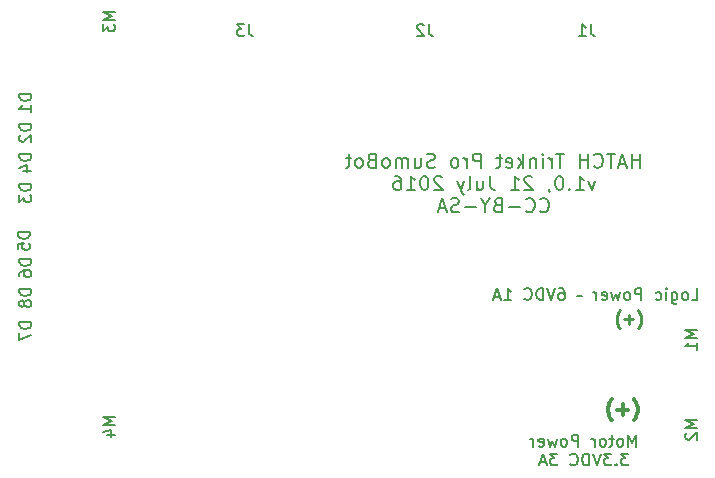
<source format=gbr>
G04 #@! TF.FileFunction,Legend,Bot*
%FSLAX46Y46*%
G04 Gerber Fmt 4.6, Leading zero omitted, Abs format (unit mm)*
G04 Created by KiCad (PCBNEW 4.0.2-stable) date Friday, July 22, 2016 'AMt' 10:22:11 AM*
%MOMM*%
G01*
G04 APERTURE LIST*
%ADD10C,0.100000*%
%ADD11C,0.200000*%
%ADD12C,0.300000*%
%ADD13C,0.250000*%
%ADD14C,0.150000*%
G04 APERTURE END LIST*
D10*
D11*
X181281428Y-100516857D02*
X181281428Y-99316857D01*
X181281428Y-99888286D02*
X180595713Y-99888286D01*
X180595713Y-100516857D02*
X180595713Y-99316857D01*
X180081428Y-100174000D02*
X179509999Y-100174000D01*
X180195713Y-100516857D02*
X179795713Y-99316857D01*
X179395713Y-100516857D01*
X179167142Y-99316857D02*
X178481428Y-99316857D01*
X178824285Y-100516857D02*
X178824285Y-99316857D01*
X177395713Y-100402571D02*
X177452856Y-100459714D01*
X177624285Y-100516857D01*
X177738571Y-100516857D01*
X177909999Y-100459714D01*
X178024285Y-100345429D01*
X178081428Y-100231143D01*
X178138571Y-100002571D01*
X178138571Y-99831143D01*
X178081428Y-99602571D01*
X178024285Y-99488286D01*
X177909999Y-99374000D01*
X177738571Y-99316857D01*
X177624285Y-99316857D01*
X177452856Y-99374000D01*
X177395713Y-99431143D01*
X176881428Y-100516857D02*
X176881428Y-99316857D01*
X176881428Y-99888286D02*
X176195713Y-99888286D01*
X176195713Y-100516857D02*
X176195713Y-99316857D01*
X174881427Y-99316857D02*
X174195713Y-99316857D01*
X174538570Y-100516857D02*
X174538570Y-99316857D01*
X173795713Y-100516857D02*
X173795713Y-99716857D01*
X173795713Y-99945429D02*
X173738570Y-99831143D01*
X173681427Y-99774000D01*
X173567141Y-99716857D01*
X173452856Y-99716857D01*
X173052856Y-100516857D02*
X173052856Y-99716857D01*
X173052856Y-99316857D02*
X173109999Y-99374000D01*
X173052856Y-99431143D01*
X172995713Y-99374000D01*
X173052856Y-99316857D01*
X173052856Y-99431143D01*
X172481427Y-99716857D02*
X172481427Y-100516857D01*
X172481427Y-99831143D02*
X172424284Y-99774000D01*
X172309998Y-99716857D01*
X172138570Y-99716857D01*
X172024284Y-99774000D01*
X171967141Y-99888286D01*
X171967141Y-100516857D01*
X171395713Y-100516857D02*
X171395713Y-99316857D01*
X171281427Y-100059714D02*
X170938570Y-100516857D01*
X170938570Y-99716857D02*
X171395713Y-100174000D01*
X169967141Y-100459714D02*
X170081427Y-100516857D01*
X170309998Y-100516857D01*
X170424284Y-100459714D01*
X170481427Y-100345429D01*
X170481427Y-99888286D01*
X170424284Y-99774000D01*
X170309998Y-99716857D01*
X170081427Y-99716857D01*
X169967141Y-99774000D01*
X169909998Y-99888286D01*
X169909998Y-100002571D01*
X170481427Y-100116857D01*
X169567141Y-99716857D02*
X169109998Y-99716857D01*
X169395713Y-99316857D02*
X169395713Y-100345429D01*
X169338570Y-100459714D01*
X169224284Y-100516857D01*
X169109998Y-100516857D01*
X167795713Y-100516857D02*
X167795713Y-99316857D01*
X167338570Y-99316857D01*
X167224284Y-99374000D01*
X167167141Y-99431143D01*
X167109998Y-99545429D01*
X167109998Y-99716857D01*
X167167141Y-99831143D01*
X167224284Y-99888286D01*
X167338570Y-99945429D01*
X167795713Y-99945429D01*
X166595713Y-100516857D02*
X166595713Y-99716857D01*
X166595713Y-99945429D02*
X166538570Y-99831143D01*
X166481427Y-99774000D01*
X166367141Y-99716857D01*
X166252856Y-99716857D01*
X165681427Y-100516857D02*
X165795713Y-100459714D01*
X165852856Y-100402571D01*
X165909999Y-100288286D01*
X165909999Y-99945429D01*
X165852856Y-99831143D01*
X165795713Y-99774000D01*
X165681427Y-99716857D01*
X165509999Y-99716857D01*
X165395713Y-99774000D01*
X165338570Y-99831143D01*
X165281427Y-99945429D01*
X165281427Y-100288286D01*
X165338570Y-100402571D01*
X165395713Y-100459714D01*
X165509999Y-100516857D01*
X165681427Y-100516857D01*
X163909999Y-100459714D02*
X163738570Y-100516857D01*
X163452856Y-100516857D01*
X163338570Y-100459714D01*
X163281427Y-100402571D01*
X163224284Y-100288286D01*
X163224284Y-100174000D01*
X163281427Y-100059714D01*
X163338570Y-100002571D01*
X163452856Y-99945429D01*
X163681427Y-99888286D01*
X163795713Y-99831143D01*
X163852856Y-99774000D01*
X163909999Y-99659714D01*
X163909999Y-99545429D01*
X163852856Y-99431143D01*
X163795713Y-99374000D01*
X163681427Y-99316857D01*
X163395713Y-99316857D01*
X163224284Y-99374000D01*
X162195713Y-99716857D02*
X162195713Y-100516857D01*
X162709999Y-99716857D02*
X162709999Y-100345429D01*
X162652856Y-100459714D01*
X162538570Y-100516857D01*
X162367142Y-100516857D01*
X162252856Y-100459714D01*
X162195713Y-100402571D01*
X161624285Y-100516857D02*
X161624285Y-99716857D01*
X161624285Y-99831143D02*
X161567142Y-99774000D01*
X161452856Y-99716857D01*
X161281428Y-99716857D01*
X161167142Y-99774000D01*
X161109999Y-99888286D01*
X161109999Y-100516857D01*
X161109999Y-99888286D02*
X161052856Y-99774000D01*
X160938570Y-99716857D01*
X160767142Y-99716857D01*
X160652856Y-99774000D01*
X160595713Y-99888286D01*
X160595713Y-100516857D01*
X159852856Y-100516857D02*
X159967142Y-100459714D01*
X160024285Y-100402571D01*
X160081428Y-100288286D01*
X160081428Y-99945429D01*
X160024285Y-99831143D01*
X159967142Y-99774000D01*
X159852856Y-99716857D01*
X159681428Y-99716857D01*
X159567142Y-99774000D01*
X159509999Y-99831143D01*
X159452856Y-99945429D01*
X159452856Y-100288286D01*
X159509999Y-100402571D01*
X159567142Y-100459714D01*
X159681428Y-100516857D01*
X159852856Y-100516857D01*
X158538571Y-99888286D02*
X158367142Y-99945429D01*
X158309999Y-100002571D01*
X158252856Y-100116857D01*
X158252856Y-100288286D01*
X158309999Y-100402571D01*
X158367142Y-100459714D01*
X158481428Y-100516857D01*
X158938571Y-100516857D01*
X158938571Y-99316857D01*
X158538571Y-99316857D01*
X158424285Y-99374000D01*
X158367142Y-99431143D01*
X158309999Y-99545429D01*
X158309999Y-99659714D01*
X158367142Y-99774000D01*
X158424285Y-99831143D01*
X158538571Y-99888286D01*
X158938571Y-99888286D01*
X157567142Y-100516857D02*
X157681428Y-100459714D01*
X157738571Y-100402571D01*
X157795714Y-100288286D01*
X157795714Y-99945429D01*
X157738571Y-99831143D01*
X157681428Y-99774000D01*
X157567142Y-99716857D01*
X157395714Y-99716857D01*
X157281428Y-99774000D01*
X157224285Y-99831143D01*
X157167142Y-99945429D01*
X157167142Y-100288286D01*
X157224285Y-100402571D01*
X157281428Y-100459714D01*
X157395714Y-100516857D01*
X157567142Y-100516857D01*
X156824285Y-99716857D02*
X156367142Y-99716857D01*
X156652857Y-99316857D02*
X156652857Y-100345429D01*
X156595714Y-100459714D01*
X156481428Y-100516857D01*
X156367142Y-100516857D01*
X177481428Y-101596857D02*
X177195714Y-102396857D01*
X176910000Y-101596857D01*
X175824285Y-102396857D02*
X176510000Y-102396857D01*
X176167142Y-102396857D02*
X176167142Y-101196857D01*
X176281428Y-101368286D01*
X176395714Y-101482571D01*
X176510000Y-101539714D01*
X175310000Y-102282571D02*
X175252857Y-102339714D01*
X175310000Y-102396857D01*
X175367143Y-102339714D01*
X175310000Y-102282571D01*
X175310000Y-102396857D01*
X174509999Y-101196857D02*
X174395714Y-101196857D01*
X174281428Y-101254000D01*
X174224285Y-101311143D01*
X174167142Y-101425429D01*
X174109999Y-101654000D01*
X174109999Y-101939714D01*
X174167142Y-102168286D01*
X174224285Y-102282571D01*
X174281428Y-102339714D01*
X174395714Y-102396857D01*
X174509999Y-102396857D01*
X174624285Y-102339714D01*
X174681428Y-102282571D01*
X174738571Y-102168286D01*
X174795714Y-101939714D01*
X174795714Y-101654000D01*
X174738571Y-101425429D01*
X174681428Y-101311143D01*
X174624285Y-101254000D01*
X174509999Y-101196857D01*
X173538571Y-102339714D02*
X173538571Y-102396857D01*
X173595714Y-102511143D01*
X173652857Y-102568286D01*
X172167142Y-101311143D02*
X172109999Y-101254000D01*
X171995713Y-101196857D01*
X171709999Y-101196857D01*
X171595713Y-101254000D01*
X171538570Y-101311143D01*
X171481427Y-101425429D01*
X171481427Y-101539714D01*
X171538570Y-101711143D01*
X172224284Y-102396857D01*
X171481427Y-102396857D01*
X170338570Y-102396857D02*
X171024285Y-102396857D01*
X170681427Y-102396857D02*
X170681427Y-101196857D01*
X170795713Y-101368286D01*
X170909999Y-101482571D01*
X171024285Y-101539714D01*
X168567142Y-101196857D02*
X168567142Y-102054000D01*
X168624284Y-102225429D01*
X168738570Y-102339714D01*
X168909999Y-102396857D01*
X169024284Y-102396857D01*
X167481427Y-101596857D02*
X167481427Y-102396857D01*
X167995713Y-101596857D02*
X167995713Y-102225429D01*
X167938570Y-102339714D01*
X167824284Y-102396857D01*
X167652856Y-102396857D01*
X167538570Y-102339714D01*
X167481427Y-102282571D01*
X166738570Y-102396857D02*
X166852856Y-102339714D01*
X166909999Y-102225429D01*
X166909999Y-101196857D01*
X166395713Y-101596857D02*
X166109999Y-102396857D01*
X165824285Y-101596857D02*
X166109999Y-102396857D01*
X166224285Y-102682571D01*
X166281428Y-102739714D01*
X166395713Y-102796857D01*
X164509999Y-101311143D02*
X164452856Y-101254000D01*
X164338570Y-101196857D01*
X164052856Y-101196857D01*
X163938570Y-101254000D01*
X163881427Y-101311143D01*
X163824284Y-101425429D01*
X163824284Y-101539714D01*
X163881427Y-101711143D01*
X164567141Y-102396857D01*
X163824284Y-102396857D01*
X163081427Y-101196857D02*
X162967142Y-101196857D01*
X162852856Y-101254000D01*
X162795713Y-101311143D01*
X162738570Y-101425429D01*
X162681427Y-101654000D01*
X162681427Y-101939714D01*
X162738570Y-102168286D01*
X162795713Y-102282571D01*
X162852856Y-102339714D01*
X162967142Y-102396857D01*
X163081427Y-102396857D01*
X163195713Y-102339714D01*
X163252856Y-102282571D01*
X163309999Y-102168286D01*
X163367142Y-101939714D01*
X163367142Y-101654000D01*
X163309999Y-101425429D01*
X163252856Y-101311143D01*
X163195713Y-101254000D01*
X163081427Y-101196857D01*
X161538570Y-102396857D02*
X162224285Y-102396857D01*
X161881427Y-102396857D02*
X161881427Y-101196857D01*
X161995713Y-101368286D01*
X162109999Y-101482571D01*
X162224285Y-101539714D01*
X160509999Y-101196857D02*
X160738570Y-101196857D01*
X160852856Y-101254000D01*
X160909999Y-101311143D01*
X161024285Y-101482571D01*
X161081428Y-101711143D01*
X161081428Y-102168286D01*
X161024285Y-102282571D01*
X160967142Y-102339714D01*
X160852856Y-102396857D01*
X160624285Y-102396857D01*
X160509999Y-102339714D01*
X160452856Y-102282571D01*
X160395713Y-102168286D01*
X160395713Y-101882571D01*
X160452856Y-101768286D01*
X160509999Y-101711143D01*
X160624285Y-101654000D01*
X160852856Y-101654000D01*
X160967142Y-101711143D01*
X161024285Y-101768286D01*
X161081428Y-101882571D01*
X172824284Y-104162571D02*
X172881427Y-104219714D01*
X173052856Y-104276857D01*
X173167142Y-104276857D01*
X173338570Y-104219714D01*
X173452856Y-104105429D01*
X173509999Y-103991143D01*
X173567142Y-103762571D01*
X173567142Y-103591143D01*
X173509999Y-103362571D01*
X173452856Y-103248286D01*
X173338570Y-103134000D01*
X173167142Y-103076857D01*
X173052856Y-103076857D01*
X172881427Y-103134000D01*
X172824284Y-103191143D01*
X171624284Y-104162571D02*
X171681427Y-104219714D01*
X171852856Y-104276857D01*
X171967142Y-104276857D01*
X172138570Y-104219714D01*
X172252856Y-104105429D01*
X172309999Y-103991143D01*
X172367142Y-103762571D01*
X172367142Y-103591143D01*
X172309999Y-103362571D01*
X172252856Y-103248286D01*
X172138570Y-103134000D01*
X171967142Y-103076857D01*
X171852856Y-103076857D01*
X171681427Y-103134000D01*
X171624284Y-103191143D01*
X171109999Y-103819714D02*
X170195713Y-103819714D01*
X169224285Y-103648286D02*
X169052856Y-103705429D01*
X168995713Y-103762571D01*
X168938570Y-103876857D01*
X168938570Y-104048286D01*
X168995713Y-104162571D01*
X169052856Y-104219714D01*
X169167142Y-104276857D01*
X169624285Y-104276857D01*
X169624285Y-103076857D01*
X169224285Y-103076857D01*
X169109999Y-103134000D01*
X169052856Y-103191143D01*
X168995713Y-103305429D01*
X168995713Y-103419714D01*
X169052856Y-103534000D01*
X169109999Y-103591143D01*
X169224285Y-103648286D01*
X169624285Y-103648286D01*
X168195713Y-103705429D02*
X168195713Y-104276857D01*
X168595713Y-103076857D02*
X168195713Y-103705429D01*
X167795713Y-103076857D01*
X167395714Y-103819714D02*
X166481428Y-103819714D01*
X165967143Y-104219714D02*
X165795714Y-104276857D01*
X165510000Y-104276857D01*
X165395714Y-104219714D01*
X165338571Y-104162571D01*
X165281428Y-104048286D01*
X165281428Y-103934000D01*
X165338571Y-103819714D01*
X165395714Y-103762571D01*
X165510000Y-103705429D01*
X165738571Y-103648286D01*
X165852857Y-103591143D01*
X165910000Y-103534000D01*
X165967143Y-103419714D01*
X165967143Y-103305429D01*
X165910000Y-103191143D01*
X165852857Y-103134000D01*
X165738571Y-103076857D01*
X165452857Y-103076857D01*
X165281428Y-103134000D01*
X164824286Y-103934000D02*
X164252857Y-103934000D01*
X164938571Y-104276857D02*
X164538571Y-103076857D01*
X164138571Y-104276857D01*
D12*
X180746286Y-121904000D02*
X180803428Y-121846857D01*
X180917714Y-121675429D01*
X180974857Y-121561143D01*
X181032000Y-121389714D01*
X181089143Y-121104000D01*
X181089143Y-120875429D01*
X181032000Y-120589714D01*
X180974857Y-120418286D01*
X180917714Y-120304000D01*
X180803428Y-120132571D01*
X180746286Y-120075429D01*
X180289143Y-120989714D02*
X179374857Y-120989714D01*
X179832000Y-121446857D02*
X179832000Y-120532571D01*
X178917714Y-121904000D02*
X178860572Y-121846857D01*
X178746286Y-121675429D01*
X178689143Y-121561143D01*
X178632000Y-121389714D01*
X178574857Y-121104000D01*
X178574857Y-120875429D01*
X178632000Y-120589714D01*
X178689143Y-120418286D01*
X178746286Y-120304000D01*
X178860572Y-120132571D01*
X178917714Y-120075429D01*
D11*
X180958572Y-124112381D02*
X180958572Y-123112381D01*
X180625238Y-123826667D01*
X180291905Y-123112381D01*
X180291905Y-124112381D01*
X179672858Y-124112381D02*
X179768096Y-124064762D01*
X179815715Y-124017143D01*
X179863334Y-123921905D01*
X179863334Y-123636190D01*
X179815715Y-123540952D01*
X179768096Y-123493333D01*
X179672858Y-123445714D01*
X179530000Y-123445714D01*
X179434762Y-123493333D01*
X179387143Y-123540952D01*
X179339524Y-123636190D01*
X179339524Y-123921905D01*
X179387143Y-124017143D01*
X179434762Y-124064762D01*
X179530000Y-124112381D01*
X179672858Y-124112381D01*
X179053810Y-123445714D02*
X178672858Y-123445714D01*
X178910953Y-123112381D02*
X178910953Y-123969524D01*
X178863334Y-124064762D01*
X178768096Y-124112381D01*
X178672858Y-124112381D01*
X178196667Y-124112381D02*
X178291905Y-124064762D01*
X178339524Y-124017143D01*
X178387143Y-123921905D01*
X178387143Y-123636190D01*
X178339524Y-123540952D01*
X178291905Y-123493333D01*
X178196667Y-123445714D01*
X178053809Y-123445714D01*
X177958571Y-123493333D01*
X177910952Y-123540952D01*
X177863333Y-123636190D01*
X177863333Y-123921905D01*
X177910952Y-124017143D01*
X177958571Y-124064762D01*
X178053809Y-124112381D01*
X178196667Y-124112381D01*
X177434762Y-124112381D02*
X177434762Y-123445714D01*
X177434762Y-123636190D02*
X177387143Y-123540952D01*
X177339524Y-123493333D01*
X177244286Y-123445714D01*
X177149047Y-123445714D01*
X176053809Y-124112381D02*
X176053809Y-123112381D01*
X175672856Y-123112381D01*
X175577618Y-123160000D01*
X175529999Y-123207619D01*
X175482380Y-123302857D01*
X175482380Y-123445714D01*
X175529999Y-123540952D01*
X175577618Y-123588571D01*
X175672856Y-123636190D01*
X176053809Y-123636190D01*
X174910952Y-124112381D02*
X175006190Y-124064762D01*
X175053809Y-124017143D01*
X175101428Y-123921905D01*
X175101428Y-123636190D01*
X175053809Y-123540952D01*
X175006190Y-123493333D01*
X174910952Y-123445714D01*
X174768094Y-123445714D01*
X174672856Y-123493333D01*
X174625237Y-123540952D01*
X174577618Y-123636190D01*
X174577618Y-123921905D01*
X174625237Y-124017143D01*
X174672856Y-124064762D01*
X174768094Y-124112381D01*
X174910952Y-124112381D01*
X174244285Y-123445714D02*
X174053809Y-124112381D01*
X173863332Y-123636190D01*
X173672856Y-124112381D01*
X173482380Y-123445714D01*
X172720475Y-124064762D02*
X172815713Y-124112381D01*
X173006190Y-124112381D01*
X173101428Y-124064762D01*
X173149047Y-123969524D01*
X173149047Y-123588571D01*
X173101428Y-123493333D01*
X173006190Y-123445714D01*
X172815713Y-123445714D01*
X172720475Y-123493333D01*
X172672856Y-123588571D01*
X172672856Y-123683810D01*
X173149047Y-123779048D01*
X172244285Y-124112381D02*
X172244285Y-123445714D01*
X172244285Y-123636190D02*
X172196666Y-123540952D01*
X172149047Y-123493333D01*
X172053809Y-123445714D01*
X171958570Y-123445714D01*
X180291905Y-124712381D02*
X179672857Y-124712381D01*
X180006191Y-125093333D01*
X179863333Y-125093333D01*
X179768095Y-125140952D01*
X179720476Y-125188571D01*
X179672857Y-125283810D01*
X179672857Y-125521905D01*
X179720476Y-125617143D01*
X179768095Y-125664762D01*
X179863333Y-125712381D01*
X180149048Y-125712381D01*
X180244286Y-125664762D01*
X180291905Y-125617143D01*
X179244286Y-125617143D02*
X179196667Y-125664762D01*
X179244286Y-125712381D01*
X179291905Y-125664762D01*
X179244286Y-125617143D01*
X179244286Y-125712381D01*
X178863334Y-124712381D02*
X178244286Y-124712381D01*
X178577620Y-125093333D01*
X178434762Y-125093333D01*
X178339524Y-125140952D01*
X178291905Y-125188571D01*
X178244286Y-125283810D01*
X178244286Y-125521905D01*
X178291905Y-125617143D01*
X178339524Y-125664762D01*
X178434762Y-125712381D01*
X178720477Y-125712381D01*
X178815715Y-125664762D01*
X178863334Y-125617143D01*
X177958572Y-124712381D02*
X177625239Y-125712381D01*
X177291905Y-124712381D01*
X176958572Y-125712381D02*
X176958572Y-124712381D01*
X176720477Y-124712381D01*
X176577619Y-124760000D01*
X176482381Y-124855238D01*
X176434762Y-124950476D01*
X176387143Y-125140952D01*
X176387143Y-125283810D01*
X176434762Y-125474286D01*
X176482381Y-125569524D01*
X176577619Y-125664762D01*
X176720477Y-125712381D01*
X176958572Y-125712381D01*
X175387143Y-125617143D02*
X175434762Y-125664762D01*
X175577619Y-125712381D01*
X175672857Y-125712381D01*
X175815715Y-125664762D01*
X175910953Y-125569524D01*
X175958572Y-125474286D01*
X176006191Y-125283810D01*
X176006191Y-125140952D01*
X175958572Y-124950476D01*
X175910953Y-124855238D01*
X175815715Y-124760000D01*
X175672857Y-124712381D01*
X175577619Y-124712381D01*
X175434762Y-124760000D01*
X175387143Y-124807619D01*
X174291905Y-124712381D02*
X173672857Y-124712381D01*
X174006191Y-125093333D01*
X173863333Y-125093333D01*
X173768095Y-125140952D01*
X173720476Y-125188571D01*
X173672857Y-125283810D01*
X173672857Y-125521905D01*
X173720476Y-125617143D01*
X173768095Y-125664762D01*
X173863333Y-125712381D01*
X174149048Y-125712381D01*
X174244286Y-125664762D01*
X174291905Y-125617143D01*
X173291905Y-125426667D02*
X172815714Y-125426667D01*
X173387143Y-125712381D02*
X173053810Y-124712381D01*
X172720476Y-125712381D01*
D13*
X179578096Y-114117333D02*
X179530476Y-114069714D01*
X179435238Y-113926857D01*
X179387619Y-113831619D01*
X179340000Y-113688762D01*
X179292381Y-113450667D01*
X179292381Y-113260190D01*
X179340000Y-113022095D01*
X179387619Y-112879238D01*
X179435238Y-112784000D01*
X179530476Y-112641143D01*
X179578096Y-112593524D01*
X179959048Y-113355429D02*
X180720953Y-113355429D01*
X180340001Y-113736381D02*
X180340001Y-112974476D01*
X181101905Y-114117333D02*
X181149524Y-114069714D01*
X181244762Y-113926857D01*
X181292381Y-113831619D01*
X181340000Y-113688762D01*
X181387619Y-113450667D01*
X181387619Y-113260190D01*
X181340000Y-113022095D01*
X181292381Y-112879238D01*
X181244762Y-112784000D01*
X181149524Y-112641143D01*
X181101905Y-112593524D01*
D11*
X185641239Y-111704381D02*
X186117430Y-111704381D01*
X186117430Y-110704381D01*
X185165049Y-111704381D02*
X185260287Y-111656762D01*
X185307906Y-111609143D01*
X185355525Y-111513905D01*
X185355525Y-111228190D01*
X185307906Y-111132952D01*
X185260287Y-111085333D01*
X185165049Y-111037714D01*
X185022191Y-111037714D01*
X184926953Y-111085333D01*
X184879334Y-111132952D01*
X184831715Y-111228190D01*
X184831715Y-111513905D01*
X184879334Y-111609143D01*
X184926953Y-111656762D01*
X185022191Y-111704381D01*
X185165049Y-111704381D01*
X183974572Y-111037714D02*
X183974572Y-111847238D01*
X184022191Y-111942476D01*
X184069810Y-111990095D01*
X184165049Y-112037714D01*
X184307906Y-112037714D01*
X184403144Y-111990095D01*
X183974572Y-111656762D02*
X184069810Y-111704381D01*
X184260287Y-111704381D01*
X184355525Y-111656762D01*
X184403144Y-111609143D01*
X184450763Y-111513905D01*
X184450763Y-111228190D01*
X184403144Y-111132952D01*
X184355525Y-111085333D01*
X184260287Y-111037714D01*
X184069810Y-111037714D01*
X183974572Y-111085333D01*
X183498382Y-111704381D02*
X183498382Y-111037714D01*
X183498382Y-110704381D02*
X183546001Y-110752000D01*
X183498382Y-110799619D01*
X183450763Y-110752000D01*
X183498382Y-110704381D01*
X183498382Y-110799619D01*
X182593620Y-111656762D02*
X182688858Y-111704381D01*
X182879335Y-111704381D01*
X182974573Y-111656762D01*
X183022192Y-111609143D01*
X183069811Y-111513905D01*
X183069811Y-111228190D01*
X183022192Y-111132952D01*
X182974573Y-111085333D01*
X182879335Y-111037714D01*
X182688858Y-111037714D01*
X182593620Y-111085333D01*
X181403144Y-111704381D02*
X181403144Y-110704381D01*
X181022191Y-110704381D01*
X180926953Y-110752000D01*
X180879334Y-110799619D01*
X180831715Y-110894857D01*
X180831715Y-111037714D01*
X180879334Y-111132952D01*
X180926953Y-111180571D01*
X181022191Y-111228190D01*
X181403144Y-111228190D01*
X180260287Y-111704381D02*
X180355525Y-111656762D01*
X180403144Y-111609143D01*
X180450763Y-111513905D01*
X180450763Y-111228190D01*
X180403144Y-111132952D01*
X180355525Y-111085333D01*
X180260287Y-111037714D01*
X180117429Y-111037714D01*
X180022191Y-111085333D01*
X179974572Y-111132952D01*
X179926953Y-111228190D01*
X179926953Y-111513905D01*
X179974572Y-111609143D01*
X180022191Y-111656762D01*
X180117429Y-111704381D01*
X180260287Y-111704381D01*
X179593620Y-111037714D02*
X179403144Y-111704381D01*
X179212667Y-111228190D01*
X179022191Y-111704381D01*
X178831715Y-111037714D01*
X178069810Y-111656762D02*
X178165048Y-111704381D01*
X178355525Y-111704381D01*
X178450763Y-111656762D01*
X178498382Y-111561524D01*
X178498382Y-111180571D01*
X178450763Y-111085333D01*
X178355525Y-111037714D01*
X178165048Y-111037714D01*
X178069810Y-111085333D01*
X178022191Y-111180571D01*
X178022191Y-111275810D01*
X178498382Y-111371048D01*
X177593620Y-111704381D02*
X177593620Y-111037714D01*
X177593620Y-111228190D02*
X177546001Y-111132952D01*
X177498382Y-111085333D01*
X177403144Y-111037714D01*
X177307905Y-111037714D01*
X175974572Y-111371048D02*
X176355524Y-111371048D01*
X174450761Y-110704381D02*
X174641238Y-110704381D01*
X174736476Y-110752000D01*
X174784095Y-110799619D01*
X174879333Y-110942476D01*
X174926952Y-111132952D01*
X174926952Y-111513905D01*
X174879333Y-111609143D01*
X174831714Y-111656762D01*
X174736476Y-111704381D01*
X174545999Y-111704381D01*
X174450761Y-111656762D01*
X174403142Y-111609143D01*
X174355523Y-111513905D01*
X174355523Y-111275810D01*
X174403142Y-111180571D01*
X174450761Y-111132952D01*
X174545999Y-111085333D01*
X174736476Y-111085333D01*
X174831714Y-111132952D01*
X174879333Y-111180571D01*
X174926952Y-111275810D01*
X174069809Y-110704381D02*
X173736476Y-111704381D01*
X173403142Y-110704381D01*
X173069809Y-111704381D02*
X173069809Y-110704381D01*
X172831714Y-110704381D01*
X172688856Y-110752000D01*
X172593618Y-110847238D01*
X172545999Y-110942476D01*
X172498380Y-111132952D01*
X172498380Y-111275810D01*
X172545999Y-111466286D01*
X172593618Y-111561524D01*
X172688856Y-111656762D01*
X172831714Y-111704381D01*
X173069809Y-111704381D01*
X171498380Y-111609143D02*
X171545999Y-111656762D01*
X171688856Y-111704381D01*
X171784094Y-111704381D01*
X171926952Y-111656762D01*
X172022190Y-111561524D01*
X172069809Y-111466286D01*
X172117428Y-111275810D01*
X172117428Y-111132952D01*
X172069809Y-110942476D01*
X172022190Y-110847238D01*
X171926952Y-110752000D01*
X171784094Y-110704381D01*
X171688856Y-110704381D01*
X171545999Y-110752000D01*
X171498380Y-110799619D01*
X169784094Y-111704381D02*
X170355523Y-111704381D01*
X170069809Y-111704381D02*
X170069809Y-110704381D01*
X170165047Y-110847238D01*
X170260285Y-110942476D01*
X170355523Y-110990095D01*
X169403142Y-111418667D02*
X168926951Y-111418667D01*
X169498380Y-111704381D02*
X169165047Y-110704381D01*
X168831713Y-111704381D01*
D14*
X129738381Y-94257905D02*
X128738381Y-94257905D01*
X128738381Y-94496000D01*
X128786000Y-94638858D01*
X128881238Y-94734096D01*
X128976476Y-94781715D01*
X129166952Y-94829334D01*
X129309810Y-94829334D01*
X129500286Y-94781715D01*
X129595524Y-94734096D01*
X129690762Y-94638858D01*
X129738381Y-94496000D01*
X129738381Y-94257905D01*
X129738381Y-95781715D02*
X129738381Y-95210286D01*
X129738381Y-95496000D02*
X128738381Y-95496000D01*
X128881238Y-95400762D01*
X128976476Y-95305524D01*
X129024095Y-95210286D01*
X129738381Y-96797905D02*
X128738381Y-96797905D01*
X128738381Y-97036000D01*
X128786000Y-97178858D01*
X128881238Y-97274096D01*
X128976476Y-97321715D01*
X129166952Y-97369334D01*
X129309810Y-97369334D01*
X129500286Y-97321715D01*
X129595524Y-97274096D01*
X129690762Y-97178858D01*
X129738381Y-97036000D01*
X129738381Y-96797905D01*
X128833619Y-97750286D02*
X128786000Y-97797905D01*
X128738381Y-97893143D01*
X128738381Y-98131239D01*
X128786000Y-98226477D01*
X128833619Y-98274096D01*
X128928857Y-98321715D01*
X129024095Y-98321715D01*
X129166952Y-98274096D01*
X129738381Y-97702667D01*
X129738381Y-98321715D01*
X129738381Y-101877905D02*
X128738381Y-101877905D01*
X128738381Y-102116000D01*
X128786000Y-102258858D01*
X128881238Y-102354096D01*
X128976476Y-102401715D01*
X129166952Y-102449334D01*
X129309810Y-102449334D01*
X129500286Y-102401715D01*
X129595524Y-102354096D01*
X129690762Y-102258858D01*
X129738381Y-102116000D01*
X129738381Y-101877905D01*
X128738381Y-102782667D02*
X128738381Y-103401715D01*
X129119333Y-103068381D01*
X129119333Y-103211239D01*
X129166952Y-103306477D01*
X129214571Y-103354096D01*
X129309810Y-103401715D01*
X129547905Y-103401715D01*
X129643143Y-103354096D01*
X129690762Y-103306477D01*
X129738381Y-103211239D01*
X129738381Y-102925524D01*
X129690762Y-102830286D01*
X129643143Y-102782667D01*
X129738381Y-99337905D02*
X128738381Y-99337905D01*
X128738381Y-99576000D01*
X128786000Y-99718858D01*
X128881238Y-99814096D01*
X128976476Y-99861715D01*
X129166952Y-99909334D01*
X129309810Y-99909334D01*
X129500286Y-99861715D01*
X129595524Y-99814096D01*
X129690762Y-99718858D01*
X129738381Y-99576000D01*
X129738381Y-99337905D01*
X129071714Y-100766477D02*
X129738381Y-100766477D01*
X128690762Y-100528381D02*
X129405048Y-100290286D01*
X129405048Y-100909334D01*
X129611381Y-105941905D02*
X128611381Y-105941905D01*
X128611381Y-106180000D01*
X128659000Y-106322858D01*
X128754238Y-106418096D01*
X128849476Y-106465715D01*
X129039952Y-106513334D01*
X129182810Y-106513334D01*
X129373286Y-106465715D01*
X129468524Y-106418096D01*
X129563762Y-106322858D01*
X129611381Y-106180000D01*
X129611381Y-105941905D01*
X128611381Y-107418096D02*
X128611381Y-106941905D01*
X129087571Y-106894286D01*
X129039952Y-106941905D01*
X128992333Y-107037143D01*
X128992333Y-107275239D01*
X129039952Y-107370477D01*
X129087571Y-107418096D01*
X129182810Y-107465715D01*
X129420905Y-107465715D01*
X129516143Y-107418096D01*
X129563762Y-107370477D01*
X129611381Y-107275239D01*
X129611381Y-107037143D01*
X129563762Y-106941905D01*
X129516143Y-106894286D01*
X129738381Y-108227905D02*
X128738381Y-108227905D01*
X128738381Y-108466000D01*
X128786000Y-108608858D01*
X128881238Y-108704096D01*
X128976476Y-108751715D01*
X129166952Y-108799334D01*
X129309810Y-108799334D01*
X129500286Y-108751715D01*
X129595524Y-108704096D01*
X129690762Y-108608858D01*
X129738381Y-108466000D01*
X129738381Y-108227905D01*
X128738381Y-109656477D02*
X128738381Y-109466000D01*
X128786000Y-109370762D01*
X128833619Y-109323143D01*
X128976476Y-109227905D01*
X129166952Y-109180286D01*
X129547905Y-109180286D01*
X129643143Y-109227905D01*
X129690762Y-109275524D01*
X129738381Y-109370762D01*
X129738381Y-109561239D01*
X129690762Y-109656477D01*
X129643143Y-109704096D01*
X129547905Y-109751715D01*
X129309810Y-109751715D01*
X129214571Y-109704096D01*
X129166952Y-109656477D01*
X129119333Y-109561239D01*
X129119333Y-109370762D01*
X129166952Y-109275524D01*
X129214571Y-109227905D01*
X129309810Y-109180286D01*
X129738381Y-113561905D02*
X128738381Y-113561905D01*
X128738381Y-113800000D01*
X128786000Y-113942858D01*
X128881238Y-114038096D01*
X128976476Y-114085715D01*
X129166952Y-114133334D01*
X129309810Y-114133334D01*
X129500286Y-114085715D01*
X129595524Y-114038096D01*
X129690762Y-113942858D01*
X129738381Y-113800000D01*
X129738381Y-113561905D01*
X128738381Y-114466667D02*
X128738381Y-115133334D01*
X129738381Y-114704762D01*
X129738381Y-110767905D02*
X128738381Y-110767905D01*
X128738381Y-111006000D01*
X128786000Y-111148858D01*
X128881238Y-111244096D01*
X128976476Y-111291715D01*
X129166952Y-111339334D01*
X129309810Y-111339334D01*
X129500286Y-111291715D01*
X129595524Y-111244096D01*
X129690762Y-111148858D01*
X129738381Y-111006000D01*
X129738381Y-110767905D01*
X129166952Y-111910762D02*
X129119333Y-111815524D01*
X129071714Y-111767905D01*
X128976476Y-111720286D01*
X128928857Y-111720286D01*
X128833619Y-111767905D01*
X128786000Y-111815524D01*
X128738381Y-111910762D01*
X128738381Y-112101239D01*
X128786000Y-112196477D01*
X128833619Y-112244096D01*
X128928857Y-112291715D01*
X128976476Y-112291715D01*
X129071714Y-112244096D01*
X129119333Y-112196477D01*
X129166952Y-112101239D01*
X129166952Y-111910762D01*
X129214571Y-111815524D01*
X129262190Y-111767905D01*
X129357429Y-111720286D01*
X129547905Y-111720286D01*
X129643143Y-111767905D01*
X129690762Y-111815524D01*
X129738381Y-111910762D01*
X129738381Y-112101239D01*
X129690762Y-112196477D01*
X129643143Y-112244096D01*
X129547905Y-112291715D01*
X129357429Y-112291715D01*
X129262190Y-112244096D01*
X129214571Y-112196477D01*
X129166952Y-112101239D01*
X177117333Y-88352381D02*
X177117333Y-89066667D01*
X177164953Y-89209524D01*
X177260191Y-89304762D01*
X177403048Y-89352381D01*
X177498286Y-89352381D01*
X176117333Y-89352381D02*
X176688762Y-89352381D01*
X176403048Y-89352381D02*
X176403048Y-88352381D01*
X176498286Y-88495238D01*
X176593524Y-88590476D01*
X176688762Y-88638095D01*
X163401333Y-88352381D02*
X163401333Y-89066667D01*
X163448953Y-89209524D01*
X163544191Y-89304762D01*
X163687048Y-89352381D01*
X163782286Y-89352381D01*
X162972762Y-88447619D02*
X162925143Y-88400000D01*
X162829905Y-88352381D01*
X162591809Y-88352381D01*
X162496571Y-88400000D01*
X162448952Y-88447619D01*
X162401333Y-88542857D01*
X162401333Y-88638095D01*
X162448952Y-88780952D01*
X163020381Y-89352381D01*
X162401333Y-89352381D01*
X148161333Y-88352381D02*
X148161333Y-89066667D01*
X148208953Y-89209524D01*
X148304191Y-89304762D01*
X148447048Y-89352381D01*
X148542286Y-89352381D01*
X147780381Y-88352381D02*
X147161333Y-88352381D01*
X147494667Y-88733333D01*
X147351809Y-88733333D01*
X147256571Y-88780952D01*
X147208952Y-88828571D01*
X147161333Y-88923810D01*
X147161333Y-89161905D01*
X147208952Y-89257143D01*
X147256571Y-89304762D01*
X147351809Y-89352381D01*
X147637524Y-89352381D01*
X147732762Y-89304762D01*
X147780381Y-89257143D01*
X186126381Y-114252476D02*
X185126381Y-114252476D01*
X185840667Y-114585810D01*
X185126381Y-114919143D01*
X186126381Y-114919143D01*
X186126381Y-115919143D02*
X186126381Y-115347714D01*
X186126381Y-115633428D02*
X185126381Y-115633428D01*
X185269238Y-115538190D01*
X185364476Y-115442952D01*
X185412095Y-115347714D01*
X186126381Y-121872476D02*
X185126381Y-121872476D01*
X185840667Y-122205810D01*
X185126381Y-122539143D01*
X186126381Y-122539143D01*
X185221619Y-122967714D02*
X185174000Y-123015333D01*
X185126381Y-123110571D01*
X185126381Y-123348667D01*
X185174000Y-123443905D01*
X185221619Y-123491524D01*
X185316857Y-123539143D01*
X185412095Y-123539143D01*
X185554952Y-123491524D01*
X186126381Y-122920095D01*
X186126381Y-123539143D01*
X136832381Y-87300476D02*
X135832381Y-87300476D01*
X136546667Y-87633810D01*
X135832381Y-87967143D01*
X136832381Y-87967143D01*
X135832381Y-88348095D02*
X135832381Y-88967143D01*
X136213333Y-88633809D01*
X136213333Y-88776667D01*
X136260952Y-88871905D01*
X136308571Y-88919524D01*
X136403810Y-88967143D01*
X136641905Y-88967143D01*
X136737143Y-88919524D01*
X136784762Y-88871905D01*
X136832381Y-88776667D01*
X136832381Y-88490952D01*
X136784762Y-88395714D01*
X136737143Y-88348095D01*
X136832381Y-121590476D02*
X135832381Y-121590476D01*
X136546667Y-121923810D01*
X135832381Y-122257143D01*
X136832381Y-122257143D01*
X136165714Y-123161905D02*
X136832381Y-123161905D01*
X135784762Y-122923809D02*
X136499048Y-122685714D01*
X136499048Y-123304762D01*
M02*

</source>
